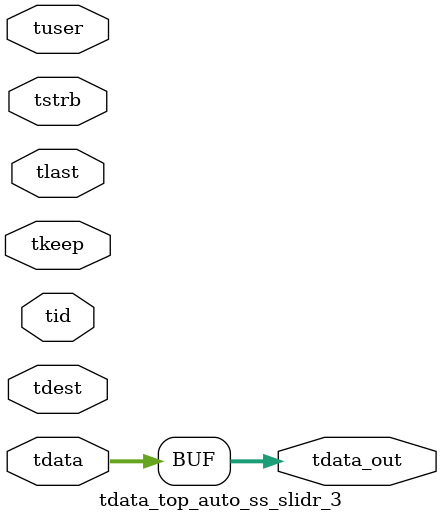
<source format=v>


`timescale 1ps/1ps

module tdata_top_auto_ss_slidr_3 #
(
parameter C_S_AXIS_TDATA_WIDTH = 32,
parameter C_S_AXIS_TUSER_WIDTH = 0,
parameter C_S_AXIS_TID_WIDTH   = 0,
parameter C_S_AXIS_TDEST_WIDTH = 0,
parameter C_M_AXIS_TDATA_WIDTH = 32
)
(
input  [(C_S_AXIS_TDATA_WIDTH == 0 ? 1 : C_S_AXIS_TDATA_WIDTH)-1:0     ] tdata,
input  [(C_S_AXIS_TUSER_WIDTH == 0 ? 1 : C_S_AXIS_TUSER_WIDTH)-1:0     ] tuser,
input  [(C_S_AXIS_TID_WIDTH   == 0 ? 1 : C_S_AXIS_TID_WIDTH)-1:0       ] tid,
input  [(C_S_AXIS_TDEST_WIDTH == 0 ? 1 : C_S_AXIS_TDEST_WIDTH)-1:0     ] tdest,
input  [(C_S_AXIS_TDATA_WIDTH/8)-1:0 ] tkeep,
input  [(C_S_AXIS_TDATA_WIDTH/8)-1:0 ] tstrb,
input                                                                    tlast,
output [C_M_AXIS_TDATA_WIDTH-1:0] tdata_out
);

assign tdata_out = {tdata[31:0]};

endmodule


</source>
